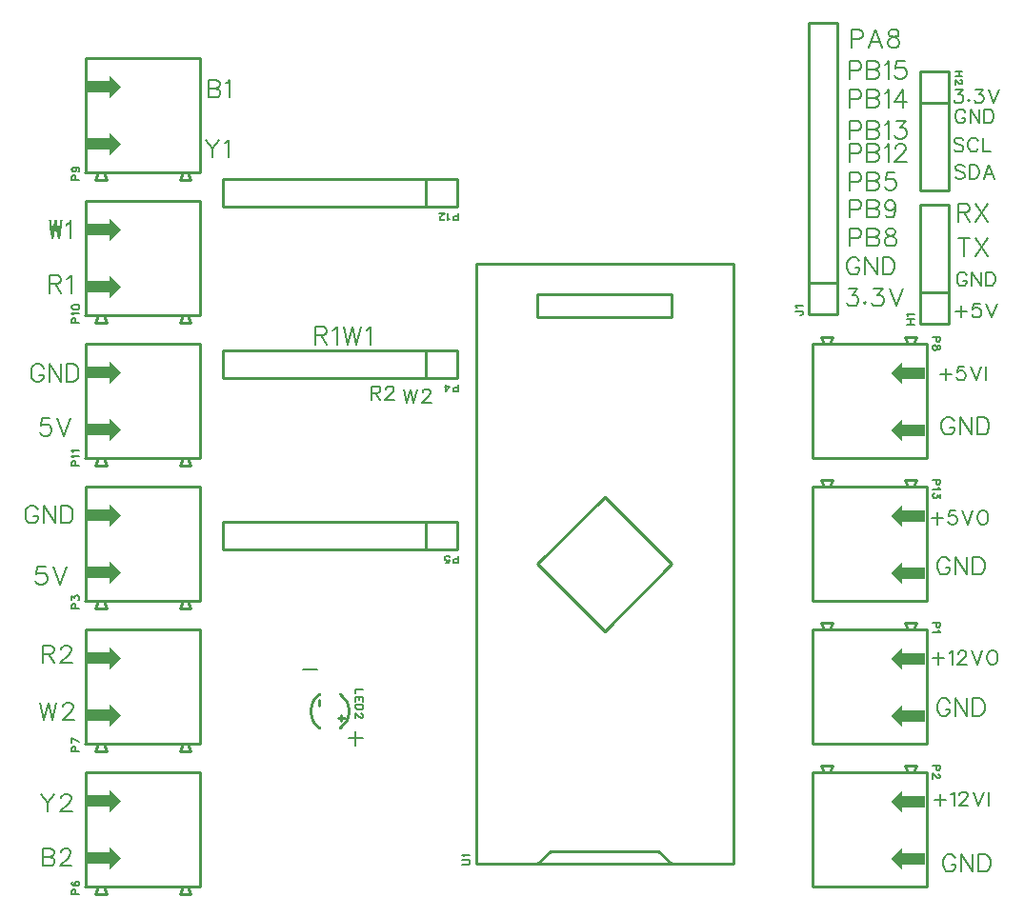
<source format=gto>
G04 Layer: TopSilkscreenLayer*
G04 EasyEDA Pro v3.2.87, 2026-02-03 17:42:00*
G04 Gerber Generator version 0.3*
G04 Scale: 100 percent, Rotated: No, Reflected: No*
G04 Dimensions in millimeters*
G04 Leading zeros omitted, absolute positions, 4 integers and 5 decimals*
G04 Generated by one-click*
%FSLAX45Y45*%
%MOMM*%
%ADD10C,0.1524*%
%ADD11C,0.254*%
%ADD12C,0.0759*%
G75*


G04 Text Start*
G54D10*
G01X1861820Y-1167892D02*
G01X1861820Y-1324356D01*
G01X1861820Y-1167892D02*
G01X1928876Y-1167892D01*
G01X1951482Y-1175258D01*
G01X1958848Y-1182624D01*
G01X1966214Y-1197610D01*
G01X1966214Y-1212596D01*
G01X1958848Y-1227582D01*
G01X1951482Y-1234948D01*
G01X1928876Y-1242314D01*
G01X1861820Y-1242314D02*
G01X1928876Y-1242314D01*
G01X1951482Y-1249934D01*
G01X1958848Y-1257300D01*
G01X1966214Y-1272286D01*
G01X1966214Y-1294638D01*
G01X1958848Y-1309624D01*
G01X1951482Y-1316990D01*
G01X1928876Y-1324356D01*
G01X1861820Y-1324356D01*
G01X2017268Y-1197610D02*
G01X2032254Y-1190244D01*
G01X2054606Y-1167892D01*
G01X2054606Y-1324356D01*
G01X1836420Y-1701292D02*
G01X1896110Y-1775714D01*
G01X1896110Y-1857756D01*
G01X1955800Y-1701292D02*
G01X1896110Y-1775714D01*
G01X2006854Y-1731010D02*
G01X2021840Y-1723644D01*
G01X2044192Y-1701292D01*
G01X2044192Y-1857756D01*
G36*
G01X468097Y-2584490D02*
G01X470599Y-2585356D01*
G01X478103Y-2585645D01*
G01X488109Y-2585645D01*
G01X488109Y-2583721D01*
G01X488494Y-2580642D01*
G01X493112Y-2548315D01*
G01X493882Y-2542157D01*
G01X500039Y-2499054D01*
G01X500809Y-2492896D01*
G01X505427Y-2460569D01*
G01X506967Y-2459030D01*
G01X507833Y-2459222D01*
G01X508121Y-2460569D01*
G01X508506Y-2463648D01*
G01X512355Y-2490587D01*
G01X513124Y-2496745D01*
G01X519282Y-2539848D01*
G01X520052Y-2546006D01*
G01X525439Y-2583721D01*
G01X526979Y-2585260D01*
G01X536985Y-2585645D01*
G01X545836Y-2585645D01*
G01X545836Y-2582951D01*
G01X546221Y-2579103D01*
G01X549300Y-2554472D01*
G01X550070Y-2549084D01*
G01X554688Y-2512139D01*
G01X555458Y-2506751D01*
G01X560076Y-2469806D01*
G01X560845Y-2464418D01*
G01X566233Y-2421315D01*
G01X567003Y-2415927D01*
G01X567003Y-2414965D01*
G01X566233Y-2414387D01*
G01X555458Y-2414003D01*
G01X545836Y-2414003D01*
G01X545452Y-2416696D01*
G01X545067Y-2421315D01*
G01X544682Y-2424393D01*
G01X541603Y-2455181D01*
G01X540833Y-2462109D01*
G01X535445Y-2515987D01*
G01X535061Y-2519451D01*
G01X534772Y-2521087D01*
G01X533906Y-2521375D01*
G01X532367Y-2519066D01*
G01X531982Y-2515603D01*
G01X529288Y-2496745D01*
G01X528518Y-2490587D01*
G01X526979Y-2479812D01*
G01X526209Y-2473654D01*
G01X523900Y-2457490D01*
G01X523130Y-2451333D01*
G01X520821Y-2435169D01*
G01X520052Y-2429012D01*
G01X518127Y-2415542D01*
G01X515337Y-2414387D01*
G01X506967Y-2414003D01*
G01X495806Y-2414003D01*
G01X495806Y-2416312D01*
G01X495421Y-2419775D01*
G01X493112Y-2435939D01*
G01X492342Y-2442096D01*
G01X490033Y-2458260D01*
G01X489264Y-2464418D01*
G01X486955Y-2480581D01*
G01X486185Y-2486739D01*
G01X484645Y-2497515D01*
G01X483876Y-2503672D01*
G01X481567Y-2519836D01*
G01X480027Y-2521375D01*
G01X479161Y-2520894D01*
G01X478873Y-2518681D01*
G01X478488Y-2514448D01*
G01X477718Y-2507521D01*
G01X469252Y-2422854D01*
G01X468482Y-2415927D01*
G01X466942Y-2414387D01*
G01X456167Y-2414003D01*
G01X446545Y-2414003D01*
G01X446545Y-2415927D01*
G01X448470Y-2431321D01*
G01X449239Y-2436709D01*
G01X453858Y-2473654D01*
G01X454627Y-2479042D01*
G01X460015Y-2522145D01*
G01X460785Y-2527533D01*
G01X465403Y-2564478D01*
G01X466173Y-2569866D01*
G01X467712Y-2582181D01*
G01X468097Y-2584490D01*
G37*
G36*
G01X628194Y-2514448D02*
G01X628194Y-2582566D01*
G01X647436Y-2582566D01*
G01X647436Y-2411693D01*
G01X635891Y-2411693D01*
G01X634736Y-2413618D01*
G01X632812Y-2416312D01*
G01X628194Y-2422084D01*
G01X626270Y-2424009D01*
G01X621652Y-2429396D01*
G01X615879Y-2435169D01*
G01X612030Y-2438248D01*
G01X608182Y-2442096D01*
G01X606258Y-2443636D01*
G01X603179Y-2445560D01*
G01X597021Y-2450178D01*
G01X595097Y-2451718D01*
G01X595097Y-2470190D01*
G01X596636Y-2469421D01*
G01X602794Y-2465572D01*
G01X606258Y-2463263D01*
G01X610106Y-2460569D01*
G01X612800Y-2458645D01*
G01X618573Y-2454027D01*
G01X620497Y-2452103D01*
G01X624345Y-2449024D01*
G01X626655Y-2447099D01*
G01X628194Y-2446330D01*
G01X628194Y-2514448D01*
G37*
G01X452120Y-2907792D02*
G01X452120Y-3064256D01*
G01X452120Y-2907792D02*
G01X519176Y-2907792D01*
G01X541782Y-2915158D01*
G01X549148Y-2922524D01*
G01X556514Y-2937510D01*
G01X556514Y-2952496D01*
G01X549148Y-2967482D01*
G01X541782Y-2974848D01*
G01X519176Y-2982214D01*
G01X452120Y-2982214D01*
G01X504444Y-2982214D02*
G01X556514Y-3064256D01*
G01X607568Y-2937510D02*
G01X622554Y-2930144D01*
G01X644906Y-2907792D01*
G01X644906Y-3064256D01*
G01X399034Y-3732276D02*
G01X391414Y-3717544D01*
G01X376682Y-3702558D01*
G01X361696Y-3695192D01*
G01X331724Y-3695192D01*
G01X316992Y-3702558D01*
G01X302006Y-3717544D01*
G01X294386Y-3732276D01*
G01X287020Y-3754882D01*
G01X287020Y-3791966D01*
G01X294386Y-3814572D01*
G01X302006Y-3829304D01*
G01X316992Y-3844290D01*
G01X331724Y-3851656D01*
G01X361696Y-3851656D01*
G01X376682Y-3844290D01*
G01X391414Y-3829304D01*
G01X399034Y-3814572D01*
G01X399034Y-3791966D01*
G01X361696Y-3791966D02*
G01X399034Y-3791966D01*
G01X450088Y-3695192D02*
G01X450088Y-3851656D01*
G01X450088Y-3695192D02*
G01X554482Y-3851656D01*
G01X554482Y-3695192D02*
G01X554482Y-3851656D01*
G01X605536Y-3695192D02*
G01X605536Y-3851656D01*
G01X605536Y-3695192D02*
G01X657860Y-3695192D01*
G01X680212Y-3702558D01*
G01X695198Y-3717544D01*
G01X702564Y-3732276D01*
G01X709930Y-3754882D01*
G01X709930Y-3791966D01*
G01X702564Y-3814572D01*
G01X695198Y-3829304D01*
G01X680212Y-3844290D01*
G01X657860Y-3851656D01*
G01X605536Y-3851656D01*
G01X455676Y-4177792D02*
G01X381000Y-4177792D01*
G01X373380Y-4244848D01*
G01X381000Y-4237482D01*
G01X403352Y-4229862D01*
G01X425704Y-4229862D01*
G01X448056Y-4237482D01*
G01X463042Y-4252214D01*
G01X470408Y-4274566D01*
G01X470408Y-4289552D01*
G01X463042Y-4311904D01*
G01X448056Y-4326890D01*
G01X425704Y-4334256D01*
G01X403352Y-4334256D01*
G01X381000Y-4326890D01*
G01X373380Y-4319524D01*
G01X366014Y-4304538D01*
G01X521462Y-4177792D02*
G01X581152Y-4334256D01*
G01X640842Y-4177792D02*
G01X581152Y-4334256D01*
G01X348234Y-4989576D02*
G01X340614Y-4974844D01*
G01X325882Y-4959858D01*
G01X310896Y-4952492D01*
G01X280924Y-4952492D01*
G01X266192Y-4959858D01*
G01X251206Y-4974844D01*
G01X243586Y-4989576D01*
G01X236220Y-5012182D01*
G01X236220Y-5049266D01*
G01X243586Y-5071872D01*
G01X251206Y-5086604D01*
G01X266192Y-5101590D01*
G01X280924Y-5108956D01*
G01X310896Y-5108956D01*
G01X325882Y-5101590D01*
G01X340614Y-5086604D01*
G01X348234Y-5071872D01*
G01X348234Y-5049266D01*
G01X310896Y-5049266D02*
G01X348234Y-5049266D01*
G01X399288Y-4952492D02*
G01X399288Y-5108956D01*
G01X399288Y-4952492D02*
G01X503682Y-5108956D01*
G01X503682Y-4952492D02*
G01X503682Y-5108956D01*
G01X554736Y-4952492D02*
G01X554736Y-5108956D01*
G01X554736Y-4952492D02*
G01X607060Y-4952492D01*
G01X629412Y-4959858D01*
G01X644398Y-4974844D01*
G01X651764Y-4989576D01*
G01X659130Y-5012182D01*
G01X659130Y-5049266D01*
G01X651764Y-5071872D01*
G01X644398Y-5086604D01*
G01X629412Y-5101590D01*
G01X607060Y-5108956D01*
G01X554736Y-5108956D01*
G01X417576Y-5498592D02*
G01X342900Y-5498592D01*
G01X335280Y-5565648D01*
G01X342900Y-5558282D01*
G01X365252Y-5550662D01*
G01X387604Y-5550662D01*
G01X409956Y-5558282D01*
G01X424942Y-5573014D01*
G01X432308Y-5595366D01*
G01X432308Y-5610352D01*
G01X424942Y-5632704D01*
G01X409956Y-5647690D01*
G01X387604Y-5655056D01*
G01X365252Y-5655056D01*
G01X342900Y-5647690D01*
G01X335280Y-5640324D01*
G01X327914Y-5625338D01*
G01X483362Y-5498592D02*
G01X543052Y-5655056D01*
G01X602742Y-5498592D02*
G01X543052Y-5655056D01*
G01X391414Y-6197092D02*
G01X391414Y-6353556D01*
G01X391414Y-6197092D02*
G01X458470Y-6197092D01*
G01X481076Y-6204458D01*
G01X488442Y-6211824D01*
G01X495808Y-6226810D01*
G01X495808Y-6241796D01*
G01X488442Y-6256782D01*
G01X481076Y-6264148D01*
G01X458470Y-6271514D01*
G01X391414Y-6271514D01*
G01X443738Y-6271514D02*
G01X495808Y-6353556D01*
G01X554228Y-6234176D02*
G01X554228Y-6226810D01*
G01X561848Y-6211824D01*
G01X569214Y-6204458D01*
G01X584200Y-6197092D01*
G01X613918Y-6197092D01*
G01X628904Y-6204458D01*
G01X636524Y-6211824D01*
G01X643890Y-6226810D01*
G01X643890Y-6241796D01*
G01X636524Y-6256782D01*
G01X621538Y-6279134D01*
G01X546862Y-6353556D01*
G01X651256Y-6353556D01*
G01X366014Y-6705092D02*
G01X403352Y-6861556D01*
G01X440690Y-6705092D02*
G01X403352Y-6861556D01*
G01X440690Y-6705092D02*
G01X478028Y-6861556D01*
G01X515366Y-6705092D02*
G01X478028Y-6861556D01*
G01X573786Y-6742176D02*
G01X573786Y-6734810D01*
G01X581406Y-6719824D01*
G01X588772Y-6712458D01*
G01X603758Y-6705092D01*
G01X633476Y-6705092D01*
G01X648462Y-6712458D01*
G01X656082Y-6719824D01*
G01X663448Y-6734810D01*
G01X663448Y-6749796D01*
G01X656082Y-6764782D01*
G01X641096Y-6787134D01*
G01X566420Y-6861556D01*
G01X670814Y-6861556D01*
G01X378714Y-7517892D02*
G01X438404Y-7592314D01*
G01X438404Y-7674356D01*
G01X498094Y-7517892D02*
G01X438404Y-7592314D01*
G01X556514Y-7554976D02*
G01X556514Y-7547610D01*
G01X564134Y-7532624D01*
G01X571500Y-7525258D01*
G01X586486Y-7517892D01*
G01X616204Y-7517892D01*
G01X631190Y-7525258D01*
G01X638810Y-7532624D01*
G01X646176Y-7547610D01*
G01X646176Y-7562596D01*
G01X638810Y-7577582D01*
G01X623824Y-7599934D01*
G01X549148Y-7674356D01*
G01X653542Y-7674356D01*
G01X388620Y-8000492D02*
G01X388620Y-8156956D01*
G01X388620Y-8000492D02*
G01X455676Y-8000492D01*
G01X478282Y-8007858D01*
G01X485648Y-8015224D01*
G01X493014Y-8030210D01*
G01X493014Y-8045196D01*
G01X485648Y-8060182D01*
G01X478282Y-8067548D01*
G01X455676Y-8074914D01*
G01X388620Y-8074914D02*
G01X455676Y-8074914D01*
G01X478282Y-8082534D01*
G01X485648Y-8089900D01*
G01X493014Y-8104886D01*
G01X493014Y-8127238D01*
G01X485648Y-8142224D01*
G01X478282Y-8149590D01*
G01X455676Y-8156956D01*
G01X388620Y-8156956D01*
G01X551434Y-8037576D02*
G01X551434Y-8030210D01*
G01X559054Y-8015224D01*
G01X566420Y-8007858D01*
G01X581406Y-8000492D01*
G01X611124Y-8000492D01*
G01X626110Y-8007858D01*
G01X633730Y-8015224D01*
G01X641096Y-8030210D01*
G01X641096Y-8045196D01*
G01X633730Y-8060182D01*
G01X618744Y-8082534D01*
G01X544068Y-8156956D01*
G01X648462Y-8156956D01*
G01X3173476Y-6956044D02*
G01X3173476Y-7090156D01*
G01X3106420Y-7023100D02*
G01X3240786Y-7023100D01*
G01X2700020Y-6413500D02*
G01X2834386Y-6413500D01*
G01X8504428Y-8088376D02*
G01X8496808Y-8073644D01*
G01X8482076Y-8058658D01*
G01X8467090Y-8051292D01*
G01X8437118Y-8051292D01*
G01X8422386Y-8058658D01*
G01X8407400Y-8073644D01*
G01X8399780Y-8088376D01*
G01X8392414Y-8110982D01*
G01X8392414Y-8148066D01*
G01X8399780Y-8170672D01*
G01X8407400Y-8185404D01*
G01X8422386Y-8200390D01*
G01X8437118Y-8207756D01*
G01X8467090Y-8207756D01*
G01X8482076Y-8200390D01*
G01X8496808Y-8185404D01*
G01X8504428Y-8170672D01*
G01X8504428Y-8148066D01*
G01X8467090Y-8148066D02*
G01X8504428Y-8148066D01*
G01X8555482Y-8051292D02*
G01X8555482Y-8207756D01*
G01X8555482Y-8051292D02*
G01X8659876Y-8207756D01*
G01X8659876Y-8051292D02*
G01X8659876Y-8207756D01*
G01X8710930Y-8051292D02*
G01X8710930Y-8207756D01*
G01X8710930Y-8051292D02*
G01X8763254Y-8051292D01*
G01X8785606Y-8058658D01*
G01X8800592Y-8073644D01*
G01X8807958Y-8088376D01*
G01X8815324Y-8110982D01*
G01X8815324Y-8148066D01*
G01X8807958Y-8170672D01*
G01X8800592Y-8185404D01*
G01X8785606Y-8200390D01*
G01X8763254Y-8207756D01*
G01X8710930Y-8207756D01*
G01X8366252Y-7516368D02*
G01X8366252Y-7622032D01*
G01X8313420Y-7569200D02*
G01X8419084Y-7569200D01*
G01X8462518Y-7522210D02*
G01X8474202Y-7516368D01*
G01X8491982Y-7498842D01*
G01X8491982Y-7622032D01*
G01X8541258Y-7528052D02*
G01X8541258Y-7522210D01*
G01X8547100Y-7510526D01*
G01X8552942Y-7504684D01*
G01X8564880Y-7498842D01*
G01X8588248Y-7498842D01*
G01X8599932Y-7504684D01*
G01X8606028Y-7510526D01*
G01X8611870Y-7522210D01*
G01X8611870Y-7533894D01*
G01X8606028Y-7545832D01*
G01X8594090Y-7563358D01*
G01X8535416Y-7622032D01*
G01X8617712Y-7622032D01*
G01X8661146Y-7498842D02*
G01X8708136Y-7622032D01*
G01X8755126Y-7498842D02*
G01X8708136Y-7622032D01*
G01X8798560Y-7498842D02*
G01X8798560Y-7622032D01*
G01X8453628Y-6704076D02*
G01X8446008Y-6689344D01*
G01X8431276Y-6674358D01*
G01X8416290Y-6666992D01*
G01X8386318Y-6666992D01*
G01X8371586Y-6674358D01*
G01X8356600Y-6689344D01*
G01X8348980Y-6704076D01*
G01X8341614Y-6726682D01*
G01X8341614Y-6763766D01*
G01X8348980Y-6786372D01*
G01X8356600Y-6801104D01*
G01X8371586Y-6816090D01*
G01X8386318Y-6823456D01*
G01X8416290Y-6823456D01*
G01X8431276Y-6816090D01*
G01X8446008Y-6801104D01*
G01X8453628Y-6786372D01*
G01X8453628Y-6763766D01*
G01X8416290Y-6763766D02*
G01X8453628Y-6763766D01*
G01X8504682Y-6666992D02*
G01X8504682Y-6823456D01*
G01X8504682Y-6666992D02*
G01X8609076Y-6823456D01*
G01X8609076Y-6666992D02*
G01X8609076Y-6823456D01*
G01X8660130Y-6666992D02*
G01X8660130Y-6823456D01*
G01X8660130Y-6666992D02*
G01X8712454Y-6666992D01*
G01X8734806Y-6674358D01*
G01X8749792Y-6689344D01*
G01X8757158Y-6704076D01*
G01X8764524Y-6726682D01*
G01X8764524Y-6763766D01*
G01X8757158Y-6786372D01*
G01X8749792Y-6801104D01*
G01X8734806Y-6816090D01*
G01X8712454Y-6823456D01*
G01X8660130Y-6823456D01*
G01X8353552Y-6259068D02*
G01X8353552Y-6364732D01*
G01X8300720Y-6311900D02*
G01X8406384Y-6311900D01*
G01X8449818Y-6264910D02*
G01X8461502Y-6259068D01*
G01X8479282Y-6241542D01*
G01X8479282Y-6364732D01*
G01X8528558Y-6270752D02*
G01X8528558Y-6264910D01*
G01X8534400Y-6253226D01*
G01X8540242Y-6247384D01*
G01X8552180Y-6241542D01*
G01X8575548Y-6241542D01*
G01X8587232Y-6247384D01*
G01X8593328Y-6253226D01*
G01X8599170Y-6264910D01*
G01X8599170Y-6276594D01*
G01X8593328Y-6288532D01*
G01X8581390Y-6306058D01*
G01X8522716Y-6364732D01*
G01X8605012Y-6364732D01*
G01X8648446Y-6241542D02*
G01X8695436Y-6364732D01*
G01X8742426Y-6241542D02*
G01X8695436Y-6364732D01*
G01X8821166Y-6241542D02*
G01X8809482Y-6247384D01*
G01X8797544Y-6259068D01*
G01X8791702Y-6270752D01*
G01X8785860Y-6288532D01*
G01X8785860Y-6317742D01*
G01X8791702Y-6335522D01*
G01X8797544Y-6347206D01*
G01X8809482Y-6358890D01*
G01X8821166Y-6364732D01*
G01X8844534Y-6364732D01*
G01X8856472Y-6358890D01*
G01X8868156Y-6347206D01*
G01X8873998Y-6335522D01*
G01X8879840Y-6317742D01*
G01X8879840Y-6288532D01*
G01X8873998Y-6270752D01*
G01X8868156Y-6259068D01*
G01X8856472Y-6247384D01*
G01X8844534Y-6241542D01*
G01X8821166Y-6241542D01*
G01X8453628Y-5446776D02*
G01X8446008Y-5432044D01*
G01X8431276Y-5417058D01*
G01X8416290Y-5409692D01*
G01X8386318Y-5409692D01*
G01X8371586Y-5417058D01*
G01X8356600Y-5432044D01*
G01X8348980Y-5446776D01*
G01X8341614Y-5469382D01*
G01X8341614Y-5506466D01*
G01X8348980Y-5529072D01*
G01X8356600Y-5543804D01*
G01X8371586Y-5558790D01*
G01X8386318Y-5566156D01*
G01X8416290Y-5566156D01*
G01X8431276Y-5558790D01*
G01X8446008Y-5543804D01*
G01X8453628Y-5529072D01*
G01X8453628Y-5506466D01*
G01X8416290Y-5506466D02*
G01X8453628Y-5506466D01*
G01X8504682Y-5409692D02*
G01X8504682Y-5566156D01*
G01X8504682Y-5409692D02*
G01X8609076Y-5566156D01*
G01X8609076Y-5409692D02*
G01X8609076Y-5566156D01*
G01X8660130Y-5409692D02*
G01X8660130Y-5566156D01*
G01X8660130Y-5409692D02*
G01X8712454Y-5409692D01*
G01X8734806Y-5417058D01*
G01X8749792Y-5432044D01*
G01X8757158Y-5446776D01*
G01X8764524Y-5469382D01*
G01X8764524Y-5506466D01*
G01X8757158Y-5529072D01*
G01X8749792Y-5543804D01*
G01X8734806Y-5558790D01*
G01X8712454Y-5566156D01*
G01X8660130Y-5566156D01*
G01X8340852Y-5014468D02*
G01X8340852Y-5120132D01*
G01X8288020Y-5067300D02*
G01X8393684Y-5067300D01*
G01X8507730Y-4996942D02*
G01X8448802Y-4996942D01*
G01X8442960Y-5049774D01*
G01X8448802Y-5043932D01*
G01X8466582Y-5037836D01*
G01X8484108Y-5037836D01*
G01X8501634Y-5043932D01*
G01X8513572Y-5055616D01*
G01X8519414Y-5073142D01*
G01X8519414Y-5084826D01*
G01X8513572Y-5102606D01*
G01X8501634Y-5114290D01*
G01X8484108Y-5120132D01*
G01X8466582Y-5120132D01*
G01X8448802Y-5114290D01*
G01X8442960Y-5108448D01*
G01X8437118Y-5096764D01*
G01X8562848Y-4996942D02*
G01X8609838Y-5120132D01*
G01X8656828Y-4996942D02*
G01X8609838Y-5120132D01*
G01X8735568Y-4996942D02*
G01X8723884Y-5002784D01*
G01X8711946Y-5014468D01*
G01X8706104Y-5026152D01*
G01X8700262Y-5043932D01*
G01X8700262Y-5073142D01*
G01X8706104Y-5090922D01*
G01X8711946Y-5102606D01*
G01X8723884Y-5114290D01*
G01X8735568Y-5120132D01*
G01X8758936Y-5120132D01*
G01X8770874Y-5114290D01*
G01X8782558Y-5102606D01*
G01X8788400Y-5090922D01*
G01X8794242Y-5073142D01*
G01X8794242Y-5043932D01*
G01X8788400Y-5026152D01*
G01X8782558Y-5014468D01*
G01X8770874Y-5002784D01*
G01X8758936Y-4996942D01*
G01X8735568Y-4996942D01*
G01X8491728Y-4202176D02*
G01X8484108Y-4187444D01*
G01X8469376Y-4172458D01*
G01X8454390Y-4165092D01*
G01X8424418Y-4165092D01*
G01X8409686Y-4172458D01*
G01X8394700Y-4187444D01*
G01X8387080Y-4202176D01*
G01X8379714Y-4224782D01*
G01X8379714Y-4261866D01*
G01X8387080Y-4284472D01*
G01X8394700Y-4299204D01*
G01X8409686Y-4314190D01*
G01X8424418Y-4321556D01*
G01X8454390Y-4321556D01*
G01X8469376Y-4314190D01*
G01X8484108Y-4299204D01*
G01X8491728Y-4284472D01*
G01X8491728Y-4261866D01*
G01X8454390Y-4261866D02*
G01X8491728Y-4261866D01*
G01X8542782Y-4165092D02*
G01X8542782Y-4321556D01*
G01X8542782Y-4165092D02*
G01X8647176Y-4321556D01*
G01X8647176Y-4165092D02*
G01X8647176Y-4321556D01*
G01X8698230Y-4165092D02*
G01X8698230Y-4321556D01*
G01X8698230Y-4165092D02*
G01X8750554Y-4165092D01*
G01X8772906Y-4172458D01*
G01X8787892Y-4187444D01*
G01X8795258Y-4202176D01*
G01X8802624Y-4224782D01*
G01X8802624Y-4261866D01*
G01X8795258Y-4284472D01*
G01X8787892Y-4299204D01*
G01X8772906Y-4314190D01*
G01X8750554Y-4321556D01*
G01X8698230Y-4321556D01*
G01X8417052Y-3731768D02*
G01X8417052Y-3837432D01*
G01X8364220Y-3784600D02*
G01X8469884Y-3784600D01*
G01X8583930Y-3714242D02*
G01X8525002Y-3714242D01*
G01X8519160Y-3767074D01*
G01X8525002Y-3761232D01*
G01X8542782Y-3755136D01*
G01X8560308Y-3755136D01*
G01X8577834Y-3761232D01*
G01X8589772Y-3772916D01*
G01X8595614Y-3790442D01*
G01X8595614Y-3802126D01*
G01X8589772Y-3819906D01*
G01X8577834Y-3831590D01*
G01X8560308Y-3837432D01*
G01X8542782Y-3837432D01*
G01X8525002Y-3831590D01*
G01X8519160Y-3825748D01*
G01X8513318Y-3814064D01*
G01X8639048Y-3714242D02*
G01X8686038Y-3837432D01*
G01X8733028Y-3714242D02*
G01X8686038Y-3837432D01*
G01X8776462Y-3714242D02*
G01X8776462Y-3837432D01*
G01X8556752Y-3172968D02*
G01X8556752Y-3278632D01*
G01X8503920Y-3225800D02*
G01X8609584Y-3225800D01*
G01X8723630Y-3155442D02*
G01X8664702Y-3155442D01*
G01X8658860Y-3208274D01*
G01X8664702Y-3202432D01*
G01X8682482Y-3196336D01*
G01X8700008Y-3196336D01*
G01X8717534Y-3202432D01*
G01X8729472Y-3214116D01*
G01X8735314Y-3231642D01*
G01X8735314Y-3243326D01*
G01X8729472Y-3261106D01*
G01X8717534Y-3272790D01*
G01X8700008Y-3278632D01*
G01X8682482Y-3278632D01*
G01X8664702Y-3272790D01*
G01X8658860Y-3266948D01*
G01X8653018Y-3255264D01*
G01X8778748Y-3155442D02*
G01X8825738Y-3278632D01*
G01X8872728Y-3155442D02*
G01X8825738Y-3278632D01*
G01X8604758Y-2905252D02*
G01X8598916Y-2893568D01*
G01X8587232Y-2881884D01*
G01X8575294Y-2876042D01*
G01X8551926Y-2876042D01*
G01X8540242Y-2881884D01*
G01X8528304Y-2893568D01*
G01X8522462Y-2905252D01*
G01X8516620Y-2923032D01*
G01X8516620Y-2952242D01*
G01X8522462Y-2970022D01*
G01X8528304Y-2981706D01*
G01X8540242Y-2993390D01*
G01X8551926Y-2999232D01*
G01X8575294Y-2999232D01*
G01X8587232Y-2993390D01*
G01X8598916Y-2981706D01*
G01X8604758Y-2970022D01*
G01X8604758Y-2952242D01*
G01X8575294Y-2952242D02*
G01X8604758Y-2952242D01*
G01X8648192Y-2876042D02*
G01X8648192Y-2999232D01*
G01X8648192Y-2876042D02*
G01X8730488Y-2999232D01*
G01X8730488Y-2876042D02*
G01X8730488Y-2999232D01*
G01X8773922Y-2876042D02*
G01X8773922Y-2999232D01*
G01X8773922Y-2876042D02*
G01X8815070Y-2876042D01*
G01X8832596Y-2881884D01*
G01X8844534Y-2893568D01*
G01X8850376Y-2905252D01*
G01X8856218Y-2923032D01*
G01X8856218Y-2952242D01*
G01X8850376Y-2970022D01*
G01X8844534Y-2981706D01*
G01X8832596Y-2993390D01*
G01X8815070Y-2999232D01*
G01X8773922Y-2999232D01*
G01X8581644Y-2577592D02*
G01X8581644Y-2734056D01*
G01X8529320Y-2577592D02*
G01X8633714Y-2577592D01*
G01X8684768Y-2577592D02*
G01X8789162Y-2734056D01*
G01X8789162Y-2577592D02*
G01X8684768Y-2734056D01*
G01X8529320Y-2272792D02*
G01X8529320Y-2429256D01*
G01X8529320Y-2272792D02*
G01X8596376Y-2272792D01*
G01X8618982Y-2280158D01*
G01X8626348Y-2287524D01*
G01X8633714Y-2302510D01*
G01X8633714Y-2317496D01*
G01X8626348Y-2332482D01*
G01X8618982Y-2339848D01*
G01X8596376Y-2347214D01*
G01X8529320Y-2347214D01*
G01X8581644Y-2347214D02*
G01X8633714Y-2429256D01*
G01X8684768Y-2272792D02*
G01X8789162Y-2429256D01*
G01X8789162Y-2272792D02*
G01X8684768Y-2429256D01*
G01X8586216Y-1941068D02*
G01X8574532Y-1929384D01*
G01X8556752Y-1923542D01*
G01X8533384Y-1923542D01*
G01X8515604Y-1929384D01*
G01X8503920Y-1941068D01*
G01X8503920Y-1952752D01*
G01X8509762Y-1964436D01*
G01X8515604Y-1970532D01*
G01X8527542Y-1976374D01*
G01X8562594Y-1988058D01*
G01X8574532Y-1993900D01*
G01X8580374Y-1999742D01*
G01X8586216Y-2011426D01*
G01X8586216Y-2029206D01*
G01X8574532Y-2040890D01*
G01X8556752Y-2046732D01*
G01X8533384Y-2046732D01*
G01X8515604Y-2040890D01*
G01X8503920Y-2029206D01*
G01X8629650Y-1923542D02*
G01X8629650Y-2046732D01*
G01X8629650Y-1923542D02*
G01X8670798Y-1923542D01*
G01X8688324Y-1929384D01*
G01X8700262Y-1941068D01*
G01X8706104Y-1952752D01*
G01X8711946Y-1970532D01*
G01X8711946Y-1999742D01*
G01X8706104Y-2017522D01*
G01X8700262Y-2029206D01*
G01X8688324Y-2040890D01*
G01X8670798Y-2046732D01*
G01X8629650Y-2046732D01*
G01X8802370Y-1923542D02*
G01X8755380Y-2046732D01*
G01X8802370Y-1923542D02*
G01X8849360Y-2046732D01*
G01X8772906Y-2005584D02*
G01X8831834Y-2005584D01*
G01X8573516Y-1699768D02*
G01X8561832Y-1688084D01*
G01X8544052Y-1682242D01*
G01X8520684Y-1682242D01*
G01X8502904Y-1688084D01*
G01X8491220Y-1699768D01*
G01X8491220Y-1711452D01*
G01X8497062Y-1723136D01*
G01X8502904Y-1729232D01*
G01X8514842Y-1735074D01*
G01X8549894Y-1746758D01*
G01X8561832Y-1752600D01*
G01X8567674Y-1758442D01*
G01X8573516Y-1770126D01*
G01X8573516Y-1787906D01*
G01X8561832Y-1799590D01*
G01X8544052Y-1805432D01*
G01X8520684Y-1805432D01*
G01X8502904Y-1799590D01*
G01X8491220Y-1787906D01*
G01X8705088Y-1711452D02*
G01X8699246Y-1699768D01*
G01X8687562Y-1688084D01*
G01X8675624Y-1682242D01*
G01X8652256Y-1682242D01*
G01X8640572Y-1688084D01*
G01X8628634Y-1699768D01*
G01X8622792Y-1711452D01*
G01X8616950Y-1729232D01*
G01X8616950Y-1758442D01*
G01X8622792Y-1776222D01*
G01X8628634Y-1787906D01*
G01X8640572Y-1799590D01*
G01X8652256Y-1805432D01*
G01X8675624Y-1805432D01*
G01X8687562Y-1799590D01*
G01X8699246Y-1787906D01*
G01X8705088Y-1776222D01*
G01X8748522Y-1682242D02*
G01X8748522Y-1805432D01*
G01X8748522Y-1805432D02*
G01X8819134Y-1805432D01*
G01X8592058Y-1457452D02*
G01X8586216Y-1445768D01*
G01X8574532Y-1434084D01*
G01X8562594Y-1428242D01*
G01X8539226Y-1428242D01*
G01X8527542Y-1434084D01*
G01X8515604Y-1445768D01*
G01X8509762Y-1457452D01*
G01X8503920Y-1475232D01*
G01X8503920Y-1504442D01*
G01X8509762Y-1522222D01*
G01X8515604Y-1533906D01*
G01X8527542Y-1545590D01*
G01X8539226Y-1551432D01*
G01X8562594Y-1551432D01*
G01X8574532Y-1545590D01*
G01X8586216Y-1533906D01*
G01X8592058Y-1522222D01*
G01X8592058Y-1504442D01*
G01X8562594Y-1504442D02*
G01X8592058Y-1504442D01*
G01X8635492Y-1428242D02*
G01X8635492Y-1551432D01*
G01X8635492Y-1428242D02*
G01X8717788Y-1551432D01*
G01X8717788Y-1428242D02*
G01X8717788Y-1551432D01*
G01X8761222Y-1428242D02*
G01X8761222Y-1551432D01*
G01X8761222Y-1428242D02*
G01X8802370Y-1428242D01*
G01X8819896Y-1434084D01*
G01X8831834Y-1445768D01*
G01X8837676Y-1457452D01*
G01X8843518Y-1475232D01*
G01X8843518Y-1504442D01*
G01X8837676Y-1522222D01*
G01X8831834Y-1533906D01*
G01X8819896Y-1545590D01*
G01X8802370Y-1551432D01*
G01X8761222Y-1551432D01*
G01X8502904Y-1250442D02*
G01X8567674Y-1250442D01*
G01X8532368Y-1297432D01*
G01X8549894Y-1297432D01*
G01X8561832Y-1303274D01*
G01X8567674Y-1309116D01*
G01X8573516Y-1326642D01*
G01X8573516Y-1338326D01*
G01X8567674Y-1356106D01*
G01X8555736Y-1367790D01*
G01X8538210Y-1373632D01*
G01X8520684Y-1373632D01*
G01X8502904Y-1367790D01*
G01X8497062Y-1361948D01*
G01X8491220Y-1350264D01*
G01X8622792Y-1344422D02*
G01X8616950Y-1350264D01*
G01X8622792Y-1356106D01*
G01X8628634Y-1350264D01*
G01X8622792Y-1344422D01*
G01X8683752Y-1250442D02*
G01X8748522Y-1250442D01*
G01X8713216Y-1297432D01*
G01X8730742Y-1297432D01*
G01X8742680Y-1303274D01*
G01X8748522Y-1309116D01*
G01X8754364Y-1326642D01*
G01X8754364Y-1338326D01*
G01X8748522Y-1356106D01*
G01X8736584Y-1367790D01*
G01X8719058Y-1373632D01*
G01X8701532Y-1373632D01*
G01X8683752Y-1367790D01*
G01X8677910Y-1361948D01*
G01X8672068Y-1350264D01*
G01X8797798Y-1250442D02*
G01X8844788Y-1373632D01*
G01X8891778Y-1250442D02*
G01X8844788Y-1373632D01*
G01X7576820Y-723392D02*
G01X7576820Y-879856D01*
G01X7576820Y-723392D02*
G01X7643876Y-723392D01*
G01X7666482Y-730758D01*
G01X7673848Y-738124D01*
G01X7681214Y-753110D01*
G01X7681214Y-775462D01*
G01X7673848Y-790448D01*
G01X7666482Y-797814D01*
G01X7643876Y-805434D01*
G01X7576820Y-805434D01*
G01X7791958Y-723392D02*
G01X7732268Y-879856D01*
G01X7791958Y-723392D02*
G01X7851648Y-879856D01*
G01X7754620Y-827786D02*
G01X7829296Y-827786D01*
G01X7940040Y-723392D02*
G01X7917688Y-730758D01*
G01X7910068Y-745744D01*
G01X7910068Y-760476D01*
G01X7917688Y-775462D01*
G01X7932674Y-783082D01*
G01X7962392Y-790448D01*
G01X7984744Y-797814D01*
G01X7999730Y-812800D01*
G01X8007096Y-827786D01*
G01X8007096Y-850138D01*
G01X7999730Y-865124D01*
G01X7992364Y-872490D01*
G01X7969758Y-879856D01*
G01X7940040Y-879856D01*
G01X7917688Y-872490D01*
G01X7910068Y-865124D01*
G01X7902702Y-850138D01*
G01X7902702Y-827786D01*
G01X7910068Y-812800D01*
G01X7925054Y-797814D01*
G01X7947406Y-790448D01*
G01X7977378Y-783082D01*
G01X7992364Y-775462D01*
G01X7999730Y-760476D01*
G01X7999730Y-745744D01*
G01X7992364Y-730758D01*
G01X7969758Y-723392D01*
G01X7940040Y-723392D01*
G01X7564120Y-1002792D02*
G01X7564120Y-1159256D01*
G01X7564120Y-1002792D02*
G01X7631176Y-1002792D01*
G01X7653782Y-1010158D01*
G01X7661148Y-1017524D01*
G01X7668514Y-1032510D01*
G01X7668514Y-1054862D01*
G01X7661148Y-1069848D01*
G01X7653782Y-1077214D01*
G01X7631176Y-1084834D01*
G01X7564120Y-1084834D01*
G01X7719568Y-1002792D02*
G01X7719568Y-1159256D01*
G01X7719568Y-1002792D02*
G01X7786624Y-1002792D01*
G01X7809230Y-1010158D01*
G01X7816596Y-1017524D01*
G01X7823962Y-1032510D01*
G01X7823962Y-1047496D01*
G01X7816596Y-1062482D01*
G01X7809230Y-1069848D01*
G01X7786624Y-1077214D01*
G01X7719568Y-1077214D02*
G01X7786624Y-1077214D01*
G01X7809230Y-1084834D01*
G01X7816596Y-1092200D01*
G01X7823962Y-1107186D01*
G01X7823962Y-1129538D01*
G01X7816596Y-1144524D01*
G01X7809230Y-1151890D01*
G01X7786624Y-1159256D01*
G01X7719568Y-1159256D01*
G01X7875016Y-1032510D02*
G01X7890002Y-1025144D01*
G01X7912354Y-1002792D01*
G01X7912354Y-1159256D01*
G01X8053070Y-1002792D02*
G01X7978394Y-1002792D01*
G01X7970774Y-1069848D01*
G01X7978394Y-1062482D01*
G01X8000746Y-1054862D01*
G01X8023098Y-1054862D01*
G01X8045450Y-1062482D01*
G01X8060436Y-1077214D01*
G01X8067802Y-1099566D01*
G01X8067802Y-1114552D01*
G01X8060436Y-1136904D01*
G01X8045450Y-1151890D01*
G01X8023098Y-1159256D01*
G01X8000746Y-1159256D01*
G01X7978394Y-1151890D01*
G01X7970774Y-1144524D01*
G01X7963408Y-1129538D01*
G01X7564120Y-1256792D02*
G01X7564120Y-1413256D01*
G01X7564120Y-1256792D02*
G01X7631176Y-1256792D01*
G01X7653782Y-1264158D01*
G01X7661148Y-1271524D01*
G01X7668514Y-1286510D01*
G01X7668514Y-1308862D01*
G01X7661148Y-1323848D01*
G01X7653782Y-1331214D01*
G01X7631176Y-1338834D01*
G01X7564120Y-1338834D01*
G01X7719568Y-1256792D02*
G01X7719568Y-1413256D01*
G01X7719568Y-1256792D02*
G01X7786624Y-1256792D01*
G01X7809230Y-1264158D01*
G01X7816596Y-1271524D01*
G01X7823962Y-1286510D01*
G01X7823962Y-1301496D01*
G01X7816596Y-1316482D01*
G01X7809230Y-1323848D01*
G01X7786624Y-1331214D01*
G01X7719568Y-1331214D02*
G01X7786624Y-1331214D01*
G01X7809230Y-1338834D01*
G01X7816596Y-1346200D01*
G01X7823962Y-1361186D01*
G01X7823962Y-1383538D01*
G01X7816596Y-1398524D01*
G01X7809230Y-1405890D01*
G01X7786624Y-1413256D01*
G01X7719568Y-1413256D01*
G01X7875016Y-1286510D02*
G01X7890002Y-1279144D01*
G01X7912354Y-1256792D01*
G01X7912354Y-1413256D01*
G01X8038084Y-1256792D02*
G01X7963408Y-1361186D01*
G01X8075422Y-1361186D01*
G01X8038084Y-1256792D02*
G01X8038084Y-1413256D01*
G01X7564120Y-1536192D02*
G01X7564120Y-1692656D01*
G01X7564120Y-1536192D02*
G01X7631176Y-1536192D01*
G01X7653782Y-1543558D01*
G01X7661148Y-1550924D01*
G01X7668514Y-1565910D01*
G01X7668514Y-1588262D01*
G01X7661148Y-1603248D01*
G01X7653782Y-1610614D01*
G01X7631176Y-1618234D01*
G01X7564120Y-1618234D01*
G01X7719568Y-1536192D02*
G01X7719568Y-1692656D01*
G01X7719568Y-1536192D02*
G01X7786624Y-1536192D01*
G01X7809230Y-1543558D01*
G01X7816596Y-1550924D01*
G01X7823962Y-1565910D01*
G01X7823962Y-1580896D01*
G01X7816596Y-1595882D01*
G01X7809230Y-1603248D01*
G01X7786624Y-1610614D01*
G01X7719568Y-1610614D02*
G01X7786624Y-1610614D01*
G01X7809230Y-1618234D01*
G01X7816596Y-1625600D01*
G01X7823962Y-1640586D01*
G01X7823962Y-1662938D01*
G01X7816596Y-1677924D01*
G01X7809230Y-1685290D01*
G01X7786624Y-1692656D01*
G01X7719568Y-1692656D01*
G01X7875016Y-1565910D02*
G01X7890002Y-1558544D01*
G01X7912354Y-1536192D01*
G01X7912354Y-1692656D01*
G01X7978394Y-1536192D02*
G01X8060436Y-1536192D01*
G01X8015732Y-1595882D01*
G01X8038084Y-1595882D01*
G01X8053070Y-1603248D01*
G01X8060436Y-1610614D01*
G01X8067802Y-1632966D01*
G01X8067802Y-1647952D01*
G01X8060436Y-1670304D01*
G01X8045450Y-1685290D01*
G01X8023098Y-1692656D01*
G01X8000746Y-1692656D01*
G01X7978394Y-1685290D01*
G01X7970774Y-1677924D01*
G01X7963408Y-1662938D01*
G01X7564120Y-1739392D02*
G01X7564120Y-1895856D01*
G01X7564120Y-1739392D02*
G01X7631176Y-1739392D01*
G01X7653782Y-1746758D01*
G01X7661148Y-1754124D01*
G01X7668514Y-1769110D01*
G01X7668514Y-1791462D01*
G01X7661148Y-1806448D01*
G01X7653782Y-1813814D01*
G01X7631176Y-1821434D01*
G01X7564120Y-1821434D01*
G01X7719568Y-1739392D02*
G01X7719568Y-1895856D01*
G01X7719568Y-1739392D02*
G01X7786624Y-1739392D01*
G01X7809230Y-1746758D01*
G01X7816596Y-1754124D01*
G01X7823962Y-1769110D01*
G01X7823962Y-1784096D01*
G01X7816596Y-1799082D01*
G01X7809230Y-1806448D01*
G01X7786624Y-1813814D01*
G01X7719568Y-1813814D02*
G01X7786624Y-1813814D01*
G01X7809230Y-1821434D01*
G01X7816596Y-1828800D01*
G01X7823962Y-1843786D01*
G01X7823962Y-1866138D01*
G01X7816596Y-1881124D01*
G01X7809230Y-1888490D01*
G01X7786624Y-1895856D01*
G01X7719568Y-1895856D01*
G01X7875016Y-1769110D02*
G01X7890002Y-1761744D01*
G01X7912354Y-1739392D01*
G01X7912354Y-1895856D01*
G01X7970774Y-1776476D02*
G01X7970774Y-1769110D01*
G01X7978394Y-1754124D01*
G01X7985760Y-1746758D01*
G01X8000746Y-1739392D01*
G01X8030464Y-1739392D01*
G01X8045450Y-1746758D01*
G01X8053070Y-1754124D01*
G01X8060436Y-1769110D01*
G01X8060436Y-1784096D01*
G01X8053070Y-1799082D01*
G01X8038084Y-1821434D01*
G01X7963408Y-1895856D01*
G01X8067802Y-1895856D01*
G01X7564120Y-1993392D02*
G01X7564120Y-2149856D01*
G01X7564120Y-1993392D02*
G01X7631176Y-1993392D01*
G01X7653782Y-2000758D01*
G01X7661148Y-2008124D01*
G01X7668514Y-2023110D01*
G01X7668514Y-2045462D01*
G01X7661148Y-2060448D01*
G01X7653782Y-2067814D01*
G01X7631176Y-2075434D01*
G01X7564120Y-2075434D01*
G01X7719568Y-1993392D02*
G01X7719568Y-2149856D01*
G01X7719568Y-1993392D02*
G01X7786624Y-1993392D01*
G01X7809230Y-2000758D01*
G01X7816596Y-2008124D01*
G01X7823962Y-2023110D01*
G01X7823962Y-2038096D01*
G01X7816596Y-2053082D01*
G01X7809230Y-2060448D01*
G01X7786624Y-2067814D01*
G01X7719568Y-2067814D02*
G01X7786624Y-2067814D01*
G01X7809230Y-2075434D01*
G01X7816596Y-2082800D01*
G01X7823962Y-2097786D01*
G01X7823962Y-2120138D01*
G01X7816596Y-2135124D01*
G01X7809230Y-2142490D01*
G01X7786624Y-2149856D01*
G01X7719568Y-2149856D01*
G01X7964678Y-1993392D02*
G01X7890002Y-1993392D01*
G01X7882382Y-2060448D01*
G01X7890002Y-2053082D01*
G01X7912354Y-2045462D01*
G01X7934706Y-2045462D01*
G01X7957058Y-2053082D01*
G01X7972044Y-2067814D01*
G01X7979410Y-2090166D01*
G01X7979410Y-2105152D01*
G01X7972044Y-2127504D01*
G01X7957058Y-2142490D01*
G01X7934706Y-2149856D01*
G01X7912354Y-2149856D01*
G01X7890002Y-2142490D01*
G01X7882382Y-2135124D01*
G01X7875016Y-2120138D01*
G01X7564120Y-2234692D02*
G01X7564120Y-2391156D01*
G01X7564120Y-2234692D02*
G01X7631176Y-2234692D01*
G01X7653782Y-2242058D01*
G01X7661148Y-2249424D01*
G01X7668514Y-2264410D01*
G01X7668514Y-2286762D01*
G01X7661148Y-2301748D01*
G01X7653782Y-2309114D01*
G01X7631176Y-2316734D01*
G01X7564120Y-2316734D01*
G01X7719568Y-2234692D02*
G01X7719568Y-2391156D01*
G01X7719568Y-2234692D02*
G01X7786624Y-2234692D01*
G01X7809230Y-2242058D01*
G01X7816596Y-2249424D01*
G01X7823962Y-2264410D01*
G01X7823962Y-2279396D01*
G01X7816596Y-2294382D01*
G01X7809230Y-2301748D01*
G01X7786624Y-2309114D01*
G01X7719568Y-2309114D02*
G01X7786624Y-2309114D01*
G01X7809230Y-2316734D01*
G01X7816596Y-2324100D01*
G01X7823962Y-2339086D01*
G01X7823962Y-2361438D01*
G01X7816596Y-2376424D01*
G01X7809230Y-2383790D01*
G01X7786624Y-2391156D01*
G01X7719568Y-2391156D01*
G01X7972044Y-2286762D02*
G01X7964678Y-2309114D01*
G01X7949692Y-2324100D01*
G01X7927340Y-2331466D01*
G01X7919720Y-2331466D01*
G01X7897368Y-2324100D01*
G01X7882382Y-2309114D01*
G01X7875016Y-2286762D01*
G01X7875016Y-2279396D01*
G01X7882382Y-2257044D01*
G01X7897368Y-2242058D01*
G01X7919720Y-2234692D01*
G01X7927340Y-2234692D01*
G01X7949692Y-2242058D01*
G01X7964678Y-2257044D01*
G01X7972044Y-2286762D01*
G01X7972044Y-2324100D01*
G01X7964678Y-2361438D01*
G01X7949692Y-2383790D01*
G01X7927340Y-2391156D01*
G01X7912354Y-2391156D01*
G01X7890002Y-2383790D01*
G01X7882382Y-2368804D01*
G01X7564120Y-2488692D02*
G01X7564120Y-2645156D01*
G01X7564120Y-2488692D02*
G01X7631176Y-2488692D01*
G01X7653782Y-2496058D01*
G01X7661148Y-2503424D01*
G01X7668514Y-2518410D01*
G01X7668514Y-2540762D01*
G01X7661148Y-2555748D01*
G01X7653782Y-2563114D01*
G01X7631176Y-2570734D01*
G01X7564120Y-2570734D01*
G01X7719568Y-2488692D02*
G01X7719568Y-2645156D01*
G01X7719568Y-2488692D02*
G01X7786624Y-2488692D01*
G01X7809230Y-2496058D01*
G01X7816596Y-2503424D01*
G01X7823962Y-2518410D01*
G01X7823962Y-2533396D01*
G01X7816596Y-2548382D01*
G01X7809230Y-2555748D01*
G01X7786624Y-2563114D01*
G01X7719568Y-2563114D02*
G01X7786624Y-2563114D01*
G01X7809230Y-2570734D01*
G01X7816596Y-2578100D01*
G01X7823962Y-2593086D01*
G01X7823962Y-2615438D01*
G01X7816596Y-2630424D01*
G01X7809230Y-2637790D01*
G01X7786624Y-2645156D01*
G01X7719568Y-2645156D01*
G01X7912354Y-2488692D02*
G01X7890002Y-2496058D01*
G01X7882382Y-2511044D01*
G01X7882382Y-2525776D01*
G01X7890002Y-2540762D01*
G01X7904988Y-2548382D01*
G01X7934706Y-2555748D01*
G01X7957058Y-2563114D01*
G01X7972044Y-2578100D01*
G01X7979410Y-2593086D01*
G01X7979410Y-2615438D01*
G01X7972044Y-2630424D01*
G01X7964678Y-2637790D01*
G01X7942072Y-2645156D01*
G01X7912354Y-2645156D01*
G01X7890002Y-2637790D01*
G01X7882382Y-2630424D01*
G01X7875016Y-2615438D01*
G01X7875016Y-2593086D01*
G01X7882382Y-2578100D01*
G01X7897368Y-2563114D01*
G01X7919720Y-2555748D01*
G01X7949692Y-2548382D01*
G01X7964678Y-2540762D01*
G01X7972044Y-2525776D01*
G01X7972044Y-2511044D01*
G01X7964678Y-2496058D01*
G01X7942072Y-2488692D01*
G01X7912354Y-2488692D01*
G01X7650734Y-2779776D02*
G01X7643114Y-2765044D01*
G01X7628382Y-2750058D01*
G01X7613396Y-2742692D01*
G01X7583424Y-2742692D01*
G01X7568692Y-2750058D01*
G01X7553706Y-2765044D01*
G01X7546086Y-2779776D01*
G01X7538720Y-2802382D01*
G01X7538720Y-2839466D01*
G01X7546086Y-2862072D01*
G01X7553706Y-2876804D01*
G01X7568692Y-2891790D01*
G01X7583424Y-2899156D01*
G01X7613396Y-2899156D01*
G01X7628382Y-2891790D01*
G01X7643114Y-2876804D01*
G01X7650734Y-2862072D01*
G01X7650734Y-2839466D01*
G01X7613396Y-2839466D02*
G01X7650734Y-2839466D01*
G01X7701788Y-2742692D02*
G01X7701788Y-2899156D01*
G01X7701788Y-2742692D02*
G01X7806182Y-2899156D01*
G01X7806182Y-2742692D02*
G01X7806182Y-2899156D01*
G01X7857236Y-2742692D02*
G01X7857236Y-2899156D01*
G01X7857236Y-2742692D02*
G01X7909560Y-2742692D01*
G01X7931912Y-2750058D01*
G01X7946898Y-2765044D01*
G01X7954264Y-2779776D01*
G01X7961630Y-2802382D01*
G01X7961630Y-2839466D01*
G01X7954264Y-2862072D01*
G01X7946898Y-2876804D01*
G01X7931912Y-2891790D01*
G01X7909560Y-2899156D01*
G01X7857236Y-2899156D01*
G01X7553706Y-3022092D02*
G01X7635748Y-3022092D01*
G01X7591044Y-3081782D01*
G01X7613396Y-3081782D01*
G01X7628382Y-3089148D01*
G01X7635748Y-3096514D01*
G01X7643114Y-3118866D01*
G01X7643114Y-3133852D01*
G01X7635748Y-3156204D01*
G01X7620762Y-3171190D01*
G01X7598410Y-3178556D01*
G01X7576058Y-3178556D01*
G01X7553706Y-3171190D01*
G01X7546086Y-3163824D01*
G01X7538720Y-3148838D01*
G01X7701534Y-3141472D02*
G01X7694168Y-3148838D01*
G01X7701534Y-3156204D01*
G01X7709154Y-3148838D01*
G01X7701534Y-3141472D01*
G01X7775194Y-3022092D02*
G01X7857236Y-3022092D01*
G01X7812532Y-3081782D01*
G01X7834884Y-3081782D01*
G01X7849870Y-3089148D01*
G01X7857236Y-3096514D01*
G01X7864602Y-3118866D01*
G01X7864602Y-3133852D01*
G01X7857236Y-3156204D01*
G01X7842250Y-3171190D01*
G01X7819898Y-3178556D01*
G01X7797546Y-3178556D01*
G01X7775194Y-3171190D01*
G01X7767574Y-3163824D01*
G01X7760208Y-3148838D01*
G01X7915656Y-3022092D02*
G01X7975346Y-3178556D01*
G01X8035036Y-3022092D02*
G01X7975346Y-3178556D01*
G01X3309620Y-3892042D02*
G01X3309620Y-4015232D01*
G01X3309620Y-3892042D02*
G01X3362452Y-3892042D01*
G01X3380232Y-3897884D01*
G01X3386074Y-3903726D01*
G01X3391916Y-3915410D01*
G01X3391916Y-3927094D01*
G01X3386074Y-3939032D01*
G01X3380232Y-3944874D01*
G01X3362452Y-3950716D01*
G01X3309620Y-3950716D01*
G01X3350768Y-3950716D02*
G01X3391916Y-4015232D01*
G01X3441192Y-3921252D02*
G01X3441192Y-3915410D01*
G01X3447034Y-3903726D01*
G01X3452876Y-3897884D01*
G01X3464814Y-3892042D01*
G01X3488182Y-3892042D01*
G01X3499866Y-3897884D01*
G01X3505962Y-3903726D01*
G01X3511804Y-3915410D01*
G01X3511804Y-3927094D01*
G01X3505962Y-3939032D01*
G01X3494024Y-3956558D01*
G01X3435350Y-4015232D01*
G01X3517646Y-4015232D01*
G01X3601720Y-3917442D02*
G01X3631184Y-4040632D01*
G01X3660394Y-3917442D02*
G01X3631184Y-4040632D01*
G01X3660394Y-3917442D02*
G01X3689858Y-4040632D01*
G01X3719322Y-3917442D02*
G01X3689858Y-4040632D01*
G01X3768598Y-3946652D02*
G01X3768598Y-3940810D01*
G01X3774440Y-3929126D01*
G01X3780282Y-3923284D01*
G01X3792220Y-3917442D01*
G01X3815588Y-3917442D01*
G01X3827272Y-3923284D01*
G01X3833368Y-3929126D01*
G01X3839210Y-3940810D01*
G01X3839210Y-3952494D01*
G01X3833368Y-3964432D01*
G01X3821430Y-3981958D01*
G01X3762756Y-4040632D01*
G01X3845052Y-4040632D01*
G01X3068320Y-3364992D02*
G01X3105658Y-3521456D01*
G01X3142996Y-3364992D02*
G01X3105658Y-3521456D01*
G01X3142996Y-3364992D02*
G01X3180334Y-3521456D01*
G01X3217672Y-3364992D02*
G01X3180334Y-3521456D01*
G01X3268726Y-3394710D02*
G01X3283712Y-3387344D01*
G01X3306064Y-3364992D01*
G01X3306064Y-3521456D01*
G01X2814320Y-3364992D02*
G01X2814320Y-3521456D01*
G01X2814320Y-3364992D02*
G01X2881376Y-3364992D01*
G01X2903982Y-3372358D01*
G01X2911348Y-3379724D01*
G01X2918714Y-3394710D01*
G01X2918714Y-3409696D01*
G01X2911348Y-3424682D01*
G01X2903982Y-3432048D01*
G01X2881376Y-3439414D01*
G01X2814320Y-3439414D01*
G01X2866644Y-3439414D02*
G01X2918714Y-3521456D01*
G01X2969768Y-3394710D02*
G01X2984754Y-3387344D01*
G01X3007106Y-3364992D01*
G01X3007106Y-3521456D01*
G01X8071866Y-3340781D02*
G01X8136890Y-3340781D01*
G01X8071866Y-3297347D02*
G01X8136890Y-3297347D01*
G01X8102854Y-3340781D02*
G01X8102854Y-3297347D01*
G01X8084312Y-3267121D02*
G01X8081010Y-3261025D01*
G01X8071866Y-3251881D01*
G01X8136890Y-3251881D01*
G01X8367141Y-5992820D02*
G01X8302117Y-5992820D01*
G01X8367141Y-5992820D02*
G01X8367141Y-6020760D01*
G01X8364093Y-6029904D01*
G01X8361045Y-6032952D01*
G01X8354695Y-6036254D01*
G01X8345551Y-6036254D01*
G01X8339455Y-6032952D01*
G01X8336153Y-6029904D01*
G01X8333105Y-6020760D01*
G01X8333105Y-5992820D01*
G01X8354695Y-6066480D02*
G01X8357997Y-6072576D01*
G01X8367141Y-6081720D01*
G01X8302117Y-6081720D01*
G01X8367141Y-7262820D02*
G01X8302117Y-7262820D01*
G01X8367141Y-7262820D02*
G01X8367141Y-7290760D01*
G01X8364093Y-7299904D01*
G01X8361045Y-7302952D01*
G01X8354695Y-7306254D01*
G01X8345551Y-7306254D01*
G01X8339455Y-7302952D01*
G01X8336153Y-7299904D01*
G01X8333105Y-7290760D01*
G01X8333105Y-7262820D01*
G01X8351647Y-7339528D02*
G01X8354695Y-7339528D01*
G01X8361045Y-7342576D01*
G01X8364093Y-7345624D01*
G01X8367141Y-7351720D01*
G01X8367141Y-7364166D01*
G01X8364093Y-7370516D01*
G01X8361045Y-7373564D01*
G01X8354695Y-7376612D01*
G01X8348599Y-7376612D01*
G01X8342503Y-7373564D01*
G01X8333105Y-7367214D01*
G01X8302117Y-7336480D01*
G01X8302117Y-7379660D01*
G01X649859Y-5868980D02*
G01X714883Y-5868980D01*
G01X649859Y-5868980D02*
G01X649859Y-5841040D01*
G01X652907Y-5831896D01*
G01X655955Y-5828848D01*
G01X662305Y-5825546D01*
G01X671449Y-5825546D01*
G01X677545Y-5828848D01*
G01X680847Y-5831896D01*
G01X683895Y-5841040D01*
G01X683895Y-5868980D01*
G01X649859Y-5789224D02*
G01X649859Y-5755188D01*
G01X674497Y-5773730D01*
G01X674497Y-5764586D01*
G01X677545Y-5758236D01*
G01X680847Y-5755188D01*
G01X689991Y-5752140D01*
G01X696341Y-5752140D01*
G01X705485Y-5755188D01*
G01X711835Y-5761284D01*
G01X714883Y-5770682D01*
G01X714883Y-5780080D01*
G01X711835Y-5789224D01*
G01X708533Y-5792272D01*
G01X702437Y-5795320D01*
G01X4081380Y-3940334D02*
G01X4081380Y-3875310D01*
G01X4081380Y-3940334D02*
G01X4053440Y-3940334D01*
G01X4044296Y-3937286D01*
G01X4041248Y-3934238D01*
G01X4037946Y-3927888D01*
G01X4037946Y-3918744D01*
G01X4041248Y-3912648D01*
G01X4044296Y-3909346D01*
G01X4053440Y-3906298D01*
G01X4081380Y-3906298D01*
G01X3976986Y-3940334D02*
G01X4007720Y-3897154D01*
G01X3961492Y-3897154D01*
G01X3976986Y-3940334D02*
G01X3976986Y-3875310D01*
G01X4081380Y-5464334D02*
G01X4081380Y-5399310D01*
G01X4081380Y-5464334D02*
G01X4053440Y-5464334D01*
G01X4044296Y-5461286D01*
G01X4041248Y-5458238D01*
G01X4037946Y-5451888D01*
G01X4037946Y-5442744D01*
G01X4041248Y-5436648D01*
G01X4044296Y-5433346D01*
G01X4053440Y-5430298D01*
G01X4081380Y-5430298D01*
G01X3970636Y-5464334D02*
G01X4001624Y-5464334D01*
G01X4004672Y-5436648D01*
G01X4001624Y-5439696D01*
G01X3992480Y-5442744D01*
G01X3983082Y-5442744D01*
G01X3973684Y-5439696D01*
G01X3967588Y-5433346D01*
G01X3964540Y-5424202D01*
G01X3964540Y-5417852D01*
G01X3967588Y-5408708D01*
G01X3973684Y-5402358D01*
G01X3983082Y-5399310D01*
G01X3992480Y-5399310D01*
G01X4001624Y-5402358D01*
G01X4004672Y-5405660D01*
G01X4007720Y-5411756D01*
G01X649859Y-8408980D02*
G01X714883Y-8408980D01*
G01X649859Y-8408980D02*
G01X649859Y-8381040D01*
G01X652907Y-8371896D01*
G01X655955Y-8368848D01*
G01X662305Y-8365546D01*
G01X671449Y-8365546D01*
G01X677545Y-8368848D01*
G01X680847Y-8371896D01*
G01X683895Y-8381040D01*
G01X683895Y-8408980D01*
G01X659003Y-8298236D02*
G01X652907Y-8301284D01*
G01X649859Y-8310682D01*
G01X649859Y-8316778D01*
G01X652907Y-8326176D01*
G01X662305Y-8332272D01*
G01X677545Y-8335320D01*
G01X693039Y-8335320D01*
G01X705485Y-8332272D01*
G01X711835Y-8326176D01*
G01X714883Y-8316778D01*
G01X714883Y-8313730D01*
G01X711835Y-8304586D01*
G01X705485Y-8298236D01*
G01X696341Y-8295188D01*
G01X693039Y-8295188D01*
G01X683895Y-8298236D01*
G01X677545Y-8304586D01*
G01X674497Y-8313730D01*
G01X674497Y-8316778D01*
G01X677545Y-8326176D01*
G01X683895Y-8332272D01*
G01X693039Y-8335320D01*
G01X649859Y-7138980D02*
G01X714883Y-7138980D01*
G01X649859Y-7138980D02*
G01X649859Y-7111040D01*
G01X652907Y-7101896D01*
G01X655955Y-7098848D01*
G01X662305Y-7095546D01*
G01X671449Y-7095546D01*
G01X677545Y-7098848D01*
G01X680847Y-7101896D01*
G01X683895Y-7111040D01*
G01X683895Y-7138980D01*
G01X649859Y-7022140D02*
G01X714883Y-7053128D01*
G01X649859Y-7065320D02*
G01X649859Y-7022140D01*
G01X8367141Y-3452820D02*
G01X8302117Y-3452820D01*
G01X8367141Y-3452820D02*
G01X8367141Y-3480760D01*
G01X8364093Y-3489904D01*
G01X8361045Y-3492952D01*
G01X8354695Y-3496254D01*
G01X8345551Y-3496254D01*
G01X8339455Y-3492952D01*
G01X8336153Y-3489904D01*
G01X8333105Y-3480760D01*
G01X8333105Y-3452820D01*
G01X8367141Y-3541720D02*
G01X8364093Y-3532576D01*
G01X8357997Y-3529528D01*
G01X8351647Y-3529528D01*
G01X8345551Y-3532576D01*
G01X8342503Y-3538672D01*
G01X8339455Y-3551118D01*
G01X8336153Y-3560516D01*
G01X8330057Y-3566612D01*
G01X8323961Y-3569660D01*
G01X8314563Y-3569660D01*
G01X8308467Y-3566612D01*
G01X8305165Y-3563564D01*
G01X8302117Y-3554166D01*
G01X8302117Y-3541720D01*
G01X8305165Y-3532576D01*
G01X8308467Y-3529528D01*
G01X8314563Y-3526480D01*
G01X8323961Y-3526480D01*
G01X8330057Y-3529528D01*
G01X8336153Y-3535624D01*
G01X8339455Y-3545022D01*
G01X8342503Y-3557214D01*
G01X8345551Y-3563564D01*
G01X8351647Y-3566612D01*
G01X8357997Y-3566612D01*
G01X8364093Y-3563564D01*
G01X8367141Y-3554166D01*
G01X8367141Y-3541720D01*
G01X649859Y-2058980D02*
G01X714883Y-2058980D01*
G01X649859Y-2058980D02*
G01X649859Y-2031040D01*
G01X652907Y-2021896D01*
G01X655955Y-2018848D01*
G01X662305Y-2015546D01*
G01X671449Y-2015546D01*
G01X677545Y-2018848D01*
G01X680847Y-2021896D01*
G01X683895Y-2031040D01*
G01X683895Y-2058980D01*
G01X671449Y-1945188D02*
G01X680847Y-1948236D01*
G01X686943Y-1954586D01*
G01X689991Y-1963730D01*
G01X689991Y-1966778D01*
G01X686943Y-1976176D01*
G01X680847Y-1982272D01*
G01X671449Y-1985320D01*
G01X668401Y-1985320D01*
G01X659003Y-1982272D01*
G01X652907Y-1976176D01*
G01X649859Y-1966778D01*
G01X649859Y-1963730D01*
G01X652907Y-1954586D01*
G01X659003Y-1948236D01*
G01X671449Y-1945188D01*
G01X686943Y-1945188D01*
G01X702437Y-1948236D01*
G01X711835Y-1954586D01*
G01X714883Y-1963730D01*
G01X714883Y-1970080D01*
G01X711835Y-1979224D01*
G01X705485Y-1982272D01*
G01X649859Y-3328980D02*
G01X714883Y-3328980D01*
G01X649859Y-3328980D02*
G01X649859Y-3301040D01*
G01X652907Y-3291896D01*
G01X655955Y-3288848D01*
G01X662305Y-3285546D01*
G01X671449Y-3285546D01*
G01X677545Y-3288848D01*
G01X680847Y-3291896D01*
G01X683895Y-3301040D01*
G01X683895Y-3328980D01*
G01X662305Y-3255320D02*
G01X659003Y-3249224D01*
G01X649859Y-3240080D01*
G01X714883Y-3240080D01*
G01X649859Y-3191312D02*
G01X652907Y-3200710D01*
G01X662305Y-3206806D01*
G01X677545Y-3209854D01*
G01X686943Y-3209854D01*
G01X702437Y-3206806D01*
G01X711835Y-3200710D01*
G01X714883Y-3191312D01*
G01X714883Y-3185216D01*
G01X711835Y-3175818D01*
G01X702437Y-3169722D01*
G01X686943Y-3166674D01*
G01X677545Y-3166674D01*
G01X662305Y-3169722D01*
G01X652907Y-3175818D01*
G01X649859Y-3185216D01*
G01X649859Y-3191312D01*
G01X649859Y-4598980D02*
G01X714883Y-4598980D01*
G01X649859Y-4598980D02*
G01X649859Y-4571040D01*
G01X652907Y-4561896D01*
G01X655955Y-4558848D01*
G01X662305Y-4555546D01*
G01X671449Y-4555546D01*
G01X677545Y-4558848D01*
G01X680847Y-4561896D01*
G01X683895Y-4571040D01*
G01X683895Y-4598980D01*
G01X662305Y-4525320D02*
G01X659003Y-4519224D01*
G01X649859Y-4510080D01*
G01X714883Y-4510080D01*
G01X662305Y-4479854D02*
G01X659003Y-4473758D01*
G01X649859Y-4464614D01*
G01X714883Y-4464614D01*
G01X4081379Y-2416332D02*
G01X4081379Y-2351308D01*
G01X4081379Y-2416332D02*
G01X4053439Y-2416332D01*
G01X4044295Y-2413284D01*
G01X4041247Y-2410236D01*
G01X4037945Y-2403886D01*
G01X4037945Y-2394742D01*
G01X4041247Y-2388646D01*
G01X4044295Y-2385344D01*
G01X4053439Y-2382296D01*
G01X4081379Y-2382296D01*
G01X4007719Y-2403886D02*
G01X4001623Y-2407188D01*
G01X3992479Y-2416332D01*
G01X3992479Y-2351308D01*
G01X3959205Y-2400838D02*
G01X3959205Y-2403886D01*
G01X3956157Y-2410236D01*
G01X3953109Y-2413284D01*
G01X3947013Y-2416332D01*
G01X3934567Y-2416332D01*
G01X3928217Y-2413284D01*
G01X3925169Y-2410236D01*
G01X3922121Y-2403886D01*
G01X3922121Y-2397790D01*
G01X3925169Y-2391694D01*
G01X3931519Y-2382296D01*
G01X3962253Y-2351308D01*
G01X3919073Y-2351308D01*
G01X8367141Y-4722820D02*
G01X8302117Y-4722820D01*
G01X8367141Y-4722820D02*
G01X8367141Y-4750760D01*
G01X8364093Y-4759904D01*
G01X8361045Y-4762952D01*
G01X8354695Y-4766254D01*
G01X8345551Y-4766254D01*
G01X8339455Y-4762952D01*
G01X8336153Y-4759904D01*
G01X8333105Y-4750760D01*
G01X8333105Y-4722820D01*
G01X8354695Y-4796480D02*
G01X8357997Y-4802576D01*
G01X8367141Y-4811720D01*
G01X8302117Y-4811720D01*
G01X8367141Y-4848042D02*
G01X8367141Y-4882078D01*
G01X8342503Y-4863536D01*
G01X8342503Y-4872680D01*
G01X8339455Y-4879030D01*
G01X8336153Y-4882078D01*
G01X8327009Y-4885126D01*
G01X8320659Y-4885126D01*
G01X8311515Y-4882078D01*
G01X8305165Y-4875982D01*
G01X8302117Y-4866584D01*
G01X8302117Y-4857186D01*
G01X8305165Y-4848042D01*
G01X8308467Y-4844994D01*
G01X8314563Y-4841946D01*
G01X7083268Y-3224888D02*
G01X7132798Y-3224888D01*
G01X7141942Y-3227936D01*
G01X7145244Y-3230984D01*
G01X7148292Y-3237334D01*
G01X7148292Y-3243430D01*
G01X7145244Y-3249780D01*
G01X7141942Y-3252828D01*
G01X7132798Y-3255876D01*
G01X7126448Y-3255876D01*
G01X7095714Y-3194662D02*
G01X7092412Y-3188566D01*
G01X7083268Y-3179422D01*
G01X7148292Y-3179422D01*
G01X3238755Y-6587420D02*
G01X3173731Y-6587420D01*
G01X3173731Y-6587420D02*
G01X3173731Y-6624504D01*
G01X3238755Y-6654730D02*
G01X3173731Y-6654730D01*
G01X3238755Y-6654730D02*
G01X3238755Y-6694862D01*
G01X3207767Y-6654730D02*
G01X3207767Y-6679368D01*
G01X3173731Y-6654730D02*
G01X3173731Y-6694862D01*
G01X3238755Y-6725088D02*
G01X3173731Y-6725088D01*
G01X3238755Y-6725088D02*
G01X3238755Y-6746678D01*
G01X3235707Y-6755822D01*
G01X3229611Y-6762172D01*
G01X3223261Y-6765220D01*
G01X3214117Y-6768268D01*
G01X3198623Y-6768268D01*
G01X3189225Y-6765220D01*
G01X3183129Y-6762172D01*
G01X3176779Y-6755822D01*
G01X3173731Y-6746678D01*
G01X3173731Y-6725088D01*
G01X3223261Y-6801542D02*
G01X3226309Y-6801542D01*
G01X3232659Y-6804590D01*
G01X3235707Y-6807638D01*
G01X3238755Y-6813734D01*
G01X3238755Y-6826180D01*
G01X3235707Y-6832530D01*
G01X3232659Y-6835578D01*
G01X3226309Y-6838626D01*
G01X3220213Y-6838626D01*
G01X3214117Y-6835578D01*
G01X3204719Y-6829228D01*
G01X3173731Y-6798494D01*
G01X3173731Y-6841674D01*
G01X8565134Y-1091519D02*
G01X8500110Y-1091519D01*
G01X8565134Y-1134953D02*
G01X8500110Y-1134953D01*
G01X8534146Y-1091519D02*
G01X8534146Y-1134953D01*
G01X8549640Y-1168227D02*
G01X8552688Y-1168227D01*
G01X8559038Y-1171275D01*
G01X8562086Y-1174323D01*
G01X8565134Y-1180419D01*
G01X8565134Y-1192865D01*
G01X8562086Y-1199215D01*
G01X8559038Y-1202263D01*
G01X8552688Y-1205311D01*
G01X8546592Y-1205311D01*
G01X8540496Y-1202263D01*
G01X8531098Y-1195913D01*
G01X8500110Y-1165179D01*
G01X8500110Y-1208359D01*
G01X4122169Y-8145775D02*
G01X4168651Y-8145775D01*
G01X4177795Y-8142727D01*
G01X4184145Y-8136377D01*
G01X4187193Y-8127233D01*
G01X4187193Y-8120883D01*
G01X4184145Y-8111739D01*
G01X4177795Y-8105643D01*
G01X4168651Y-8102341D01*
G01X4122169Y-8102341D01*
G01X4134615Y-8072115D02*
G01X4131313Y-8066019D01*
G01X4122169Y-8056875D01*
G01X4187193Y-8056875D01*
G04 Text End*

G04 PolygonModel Start*
G54D11*
G01X8191500Y-2277699D02*
G01X8445500Y-2277699D01*
G01X8191500Y-3335701D02*
G01X8191500Y-2277699D01*
G01X8191500Y-3058348D02*
G01X8445500Y-3058348D01*
G01X8445500Y-3335701D02*
G01X8445500Y-2277699D01*
G01X8191500Y-3335701D02*
G01X8445500Y-3335701D01*
G01X8247253Y-7073900D02*
G01X8247253Y-6060516D01*
G01X7308499Y-5997900D02*
G01X7333503Y-6057900D01*
G01X7408499Y-5997900D02*
G01X7308499Y-5997900D01*
G01X7383493Y-6057900D02*
G01X7408499Y-5997900D01*
G01X8133502Y-6057900D02*
G01X8158500Y-5997900D01*
G01X8158500Y-5997900D02*
G01X8058498Y-5997900D01*
G01X8058498Y-5997900D02*
G01X8083489Y-6057900D01*
G01X7231253Y-7073900D02*
G01X7231253Y-6060516D01*
G01X7231253Y-7073900D02*
G01X8247253Y-7073900D01*
G01X7231507Y-6057900D02*
G01X8247507Y-6057900D01*
G36*
G01X8233499Y-6265901D02*
G01X8233499Y-6365900D01*
G01X8033499Y-6365900D01*
G01X8033499Y-6415900D01*
G01X7933500Y-6315900D01*
G01X8033499Y-6215901D01*
G01X8033499Y-6265901D01*
G01X8233499Y-6265901D01*
G37*
G36*
G01X8233499Y-6773901D02*
G01X8233499Y-6873900D01*
G01X8033499Y-6873900D01*
G01X8033499Y-6923900D01*
G01X7933500Y-6823900D01*
G01X8033499Y-6723901D01*
G01X8033499Y-6773901D01*
G01X8233499Y-6773901D01*
G37*
G01X8247253Y-8343900D02*
G01X8247253Y-7330516D01*
G01X7308499Y-7267900D02*
G01X7333503Y-7327900D01*
G01X7408499Y-7267900D02*
G01X7308499Y-7267900D01*
G01X7383493Y-7327900D02*
G01X7408499Y-7267900D01*
G01X8133502Y-7327900D02*
G01X8158500Y-7267900D01*
G01X8158500Y-7267900D02*
G01X8058498Y-7267900D01*
G01X8058498Y-7267900D02*
G01X8083489Y-7327900D01*
G01X7231253Y-8343900D02*
G01X7231253Y-7330516D01*
G01X7231253Y-8343900D02*
G01X8247253Y-8343900D01*
G01X7231507Y-7327900D02*
G01X8247507Y-7327900D01*
G36*
G01X8233499Y-7535901D02*
G01X8233499Y-7635900D01*
G01X8033499Y-7635900D01*
G01X8033499Y-7685900D01*
G01X7933500Y-7585900D01*
G01X8033499Y-7485901D01*
G01X8033499Y-7535901D01*
G01X8233499Y-7535901D01*
G37*
G36*
G01X8233499Y-8043901D02*
G01X8233499Y-8143900D01*
G01X8033499Y-8143900D01*
G01X8033499Y-8193900D01*
G01X7933500Y-8093900D01*
G01X8033499Y-7993901D01*
G01X8033499Y-8043901D01*
G01X8233499Y-8043901D01*
G37*
G01X769747Y-4787900D02*
G01X769747Y-5801284D01*
G01X1708501Y-5863900D02*
G01X1683497Y-5803900D01*
G01X1608501Y-5863900D02*
G01X1708501Y-5863900D01*
G01X1633507Y-5803900D02*
G01X1608501Y-5863900D01*
G01X883498Y-5803900D02*
G01X858500Y-5863900D01*
G01X858500Y-5863900D02*
G01X958502Y-5863900D01*
G01X958502Y-5863900D02*
G01X933511Y-5803900D01*
G01X1785747Y-4787900D02*
G01X1785747Y-5801284D01*
G01X1785747Y-4787900D02*
G01X769747Y-4787900D01*
G01X1785493Y-5803900D02*
G01X769493Y-5803900D01*
G36*
G01X783501Y-5595899D02*
G01X783501Y-5495900D01*
G01X983501Y-5495900D01*
G01X983501Y-5445900D01*
G01X1083501Y-5545899D01*
G01X983501Y-5645899D01*
G01X983501Y-5595899D01*
G01X783501Y-5595899D01*
G37*
G36*
G01X783501Y-5087899D02*
G01X783501Y-4987900D01*
G01X983501Y-4987900D01*
G01X983501Y-4937900D01*
G01X1083501Y-5037899D01*
G01X983501Y-5137899D01*
G01X983501Y-5087899D01*
G01X783501Y-5087899D01*
G37*
G01X3797301Y-3820700D02*
G01X3797301Y-3570700D01*
G01X4076300Y-3570700D02*
G01X1994303Y-3570700D01*
G01X4076300Y-3820700D02*
G01X4076300Y-3570700D01*
G01X1994303Y-3820700D02*
G01X4076300Y-3820700D01*
G01X1994303Y-3570700D02*
G01X1994303Y-3820700D01*
G01X3797301Y-5344700D02*
G01X3797301Y-5094700D01*
G01X4076300Y-5094700D02*
G01X1994303Y-5094700D01*
G01X4076300Y-5344700D02*
G01X4076300Y-5094700D01*
G01X1994303Y-5344700D02*
G01X4076300Y-5344700D01*
G01X1994303Y-5094700D02*
G01X1994303Y-5344700D01*
G01X769747Y-7327900D02*
G01X769747Y-8341284D01*
G01X1708501Y-8403900D02*
G01X1683497Y-8343900D01*
G01X1608501Y-8403900D02*
G01X1708501Y-8403900D01*
G01X1633507Y-8343900D02*
G01X1608501Y-8403900D01*
G01X883498Y-8343900D02*
G01X858500Y-8403900D01*
G01X858500Y-8403900D02*
G01X958502Y-8403900D01*
G01X958502Y-8403900D02*
G01X933511Y-8343900D01*
G01X1785747Y-7327900D02*
G01X1785747Y-8341284D01*
G01X1785747Y-7327900D02*
G01X769747Y-7327900D01*
G01X1785493Y-8343900D02*
G01X769493Y-8343900D01*
G36*
G01X783501Y-8135899D02*
G01X783501Y-8035900D01*
G01X983501Y-8035900D01*
G01X983501Y-7985900D01*
G01X1083501Y-8085899D01*
G01X983501Y-8185899D01*
G01X983501Y-8135899D01*
G01X783501Y-8135899D01*
G37*
G36*
G01X783501Y-7627899D02*
G01X783501Y-7527900D01*
G01X983501Y-7527900D01*
G01X983501Y-7477900D01*
G01X1083501Y-7577899D01*
G01X983501Y-7677899D01*
G01X983501Y-7627899D01*
G01X783501Y-7627899D01*
G37*
G01X769747Y-6057900D02*
G01X769747Y-7071284D01*
G01X1708501Y-7133900D02*
G01X1683497Y-7073900D01*
G01X1608501Y-7133900D02*
G01X1708501Y-7133900D01*
G01X1633507Y-7073900D02*
G01X1608501Y-7133900D01*
G01X883498Y-7073900D02*
G01X858500Y-7133900D01*
G01X858500Y-7133900D02*
G01X958502Y-7133900D01*
G01X958502Y-7133900D02*
G01X933511Y-7073900D01*
G01X1785747Y-6057900D02*
G01X1785747Y-7071284D01*
G01X1785747Y-6057900D02*
G01X769747Y-6057900D01*
G01X1785493Y-7073900D02*
G01X769493Y-7073900D01*
G36*
G01X783501Y-6865899D02*
G01X783501Y-6765900D01*
G01X983501Y-6765900D01*
G01X983501Y-6715900D01*
G01X1083501Y-6815899D01*
G01X983501Y-6915899D01*
G01X983501Y-6865899D01*
G01X783501Y-6865899D01*
G37*
G36*
G01X783501Y-6357899D02*
G01X783501Y-6257900D01*
G01X983501Y-6257900D01*
G01X983501Y-6207900D01*
G01X1083501Y-6307899D01*
G01X983501Y-6407899D01*
G01X983501Y-6357899D01*
G01X783501Y-6357899D01*
G37*
G01X8247253Y-4533900D02*
G01X8247253Y-3520516D01*
G01X7308499Y-3457900D02*
G01X7333503Y-3517900D01*
G01X7408499Y-3457900D02*
G01X7308499Y-3457900D01*
G01X7383493Y-3517900D02*
G01X7408499Y-3457900D01*
G01X8133502Y-3517900D02*
G01X8158500Y-3457900D01*
G01X8158500Y-3457900D02*
G01X8058498Y-3457900D01*
G01X8058498Y-3457900D02*
G01X8083489Y-3517900D01*
G01X7231253Y-4533900D02*
G01X7231253Y-3520516D01*
G01X7231253Y-4533900D02*
G01X8247253Y-4533900D01*
G01X7231507Y-3517900D02*
G01X8247507Y-3517900D01*
G36*
G01X8233499Y-3725901D02*
G01X8233499Y-3825900D01*
G01X8033499Y-3825900D01*
G01X8033499Y-3875900D01*
G01X7933500Y-3775900D01*
G01X8033499Y-3675901D01*
G01X8033499Y-3725901D01*
G01X8233499Y-3725901D01*
G37*
G36*
G01X8233499Y-4233901D02*
G01X8233499Y-4333900D01*
G01X8033499Y-4333900D01*
G01X8033499Y-4383900D01*
G01X7933500Y-4283900D01*
G01X8033499Y-4183901D01*
G01X8033499Y-4233901D01*
G01X8233499Y-4233901D01*
G37*
G01X769747Y-977900D02*
G01X769747Y-1991284D01*
G01X1708501Y-2053900D02*
G01X1683497Y-1993900D01*
G01X1608501Y-2053900D02*
G01X1708501Y-2053900D01*
G01X1633507Y-1993900D02*
G01X1608501Y-2053900D01*
G01X883498Y-1993900D02*
G01X858500Y-2053900D01*
G01X858500Y-2053900D02*
G01X958502Y-2053900D01*
G01X958502Y-2053900D02*
G01X933511Y-1993900D01*
G01X1785747Y-977900D02*
G01X1785747Y-1991284D01*
G01X1785747Y-977900D02*
G01X769747Y-977900D01*
G01X1785493Y-1993900D02*
G01X769493Y-1993900D01*
G36*
G01X783501Y-1785899D02*
G01X783501Y-1685900D01*
G01X983501Y-1685900D01*
G01X983501Y-1635900D01*
G01X1083501Y-1735899D01*
G01X983501Y-1835899D01*
G01X983501Y-1785899D01*
G01X783501Y-1785899D01*
G37*
G36*
G01X783501Y-1277899D02*
G01X783501Y-1177900D01*
G01X983501Y-1177900D01*
G01X983501Y-1127900D01*
G01X1083501Y-1227899D01*
G01X983501Y-1327899D01*
G01X983501Y-1277899D01*
G01X783501Y-1277899D01*
G37*
G01X769747Y-2247900D02*
G01X769747Y-3261284D01*
G01X1708501Y-3323900D02*
G01X1683497Y-3263900D01*
G01X1608501Y-3323900D02*
G01X1708501Y-3323900D01*
G01X1633507Y-3263900D02*
G01X1608501Y-3323900D01*
G01X883498Y-3263900D02*
G01X858500Y-3323900D01*
G01X858500Y-3323900D02*
G01X958502Y-3323900D01*
G01X958502Y-3323900D02*
G01X933511Y-3263900D01*
G01X1785747Y-2247900D02*
G01X1785747Y-3261284D01*
G01X1785747Y-2247900D02*
G01X769747Y-2247900D01*
G01X1785493Y-3263900D02*
G01X769493Y-3263900D01*
G36*
G01X783501Y-3055899D02*
G01X783501Y-2955900D01*
G01X983501Y-2955900D01*
G01X983501Y-2905900D01*
G01X1083501Y-3005899D01*
G01X983501Y-3105899D01*
G01X983501Y-3055899D01*
G01X783501Y-3055899D01*
G37*
G36*
G01X783501Y-2547899D02*
G01X783501Y-2447900D01*
G01X983501Y-2447900D01*
G01X983501Y-2397900D01*
G01X1083501Y-2497899D01*
G01X983501Y-2597899D01*
G01X983501Y-2547899D01*
G01X783501Y-2547899D01*
G37*
G01X769747Y-3517900D02*
G01X769747Y-4531284D01*
G01X1708501Y-4593900D02*
G01X1683497Y-4533900D01*
G01X1608501Y-4593900D02*
G01X1708501Y-4593900D01*
G01X1633507Y-4533900D02*
G01X1608501Y-4593900D01*
G01X883498Y-4533900D02*
G01X858500Y-4593900D01*
G01X858500Y-4593900D02*
G01X958502Y-4593900D01*
G01X958502Y-4593900D02*
G01X933511Y-4533900D01*
G01X1785747Y-3517900D02*
G01X1785747Y-4531284D01*
G01X1785747Y-3517900D02*
G01X769747Y-3517900D01*
G01X1785493Y-4533900D02*
G01X769493Y-4533900D01*
G36*
G01X783501Y-4325899D02*
G01X783501Y-4225900D01*
G01X983501Y-4225900D01*
G01X983501Y-4175900D01*
G01X1083501Y-4275899D01*
G01X983501Y-4375899D01*
G01X983501Y-4325899D01*
G01X783501Y-4325899D01*
G37*
G36*
G01X783501Y-3817899D02*
G01X783501Y-3717900D01*
G01X983501Y-3717900D01*
G01X983501Y-3667900D01*
G01X1083501Y-3767899D01*
G01X983501Y-3867899D01*
G01X983501Y-3817899D01*
G01X783501Y-3817899D01*
G37*
G01X3797300Y-2296698D02*
G01X3797300Y-2046699D01*
G01X4076299Y-2046699D02*
G01X1994301Y-2046699D01*
G01X4076299Y-2296698D02*
G01X4076299Y-2046699D01*
G01X1994301Y-2296698D02*
G01X4076299Y-2296698D01*
G01X1994301Y-2046699D02*
G01X1994301Y-2296698D01*
G01X5979254Y-8140695D02*
G01X5862254Y-8023695D01*
G01X5862254Y-8023695D02*
G01X4984801Y-8023695D01*
G01X4984801Y-8023695D02*
G01X4904994Y-8023695D01*
G01X4904994Y-8023695D02*
G01X4787994Y-8140695D01*
G01X4784801Y-5473700D02*
G01X5384800Y-6073699D01*
G01X5384800Y-6073699D02*
G01X5984799Y-5473700D01*
G01X5984799Y-5473700D02*
G01X5384800Y-4873701D01*
G01X5384800Y-4873701D02*
G01X4784801Y-5473700D01*
G01X4241803Y-8140695D02*
G01X6527797Y-8140695D01*
G01X4241803Y-8140695D02*
G01X4241803Y-2806705D01*
G01X4241803Y-2806705D02*
G01X6527797Y-2806705D01*
G01X6527797Y-2806705D02*
G01X6527797Y-8140695D01*
G01X8247253Y-5803900D02*
G01X8247253Y-4790516D01*
G01X7308499Y-4727900D02*
G01X7333503Y-4787900D01*
G01X7408499Y-4727900D02*
G01X7308499Y-4727900D01*
G01X7383493Y-4787900D02*
G01X7408499Y-4727900D01*
G01X8133502Y-4787900D02*
G01X8158500Y-4727900D01*
G01X8158500Y-4727900D02*
G01X8058498Y-4727900D01*
G01X8058498Y-4727900D02*
G01X8083489Y-4787900D01*
G01X7231253Y-5803900D02*
G01X7231253Y-4790516D01*
G01X7231253Y-5803900D02*
G01X8247253Y-5803900D01*
G01X7231507Y-4787900D02*
G01X8247507Y-4787900D01*
G36*
G01X8233499Y-4995901D02*
G01X8233499Y-5095900D01*
G01X8033499Y-5095900D01*
G01X8033499Y-5145900D01*
G01X7933500Y-5045900D01*
G01X8033499Y-4945901D01*
G01X8033499Y-4995901D01*
G01X8233499Y-4995901D01*
G37*
G36*
G01X8233499Y-5503901D02*
G01X8233499Y-5603900D01*
G01X8033499Y-5603900D01*
G01X8033499Y-5653900D01*
G01X7933500Y-5553900D01*
G01X8033499Y-5453901D01*
G01X8033499Y-5503901D01*
G01X8233499Y-5503901D01*
G37*
G01X8445500Y-2154601D02*
G01X8191500Y-2154601D01*
G01X8445500Y-1096599D02*
G01X8445500Y-2154601D01*
G01X8445500Y-1373952D02*
G01X8191500Y-1373952D01*
G01X8191500Y-1096599D02*
G01X8191500Y-2154601D01*
G01X8445500Y-1096599D02*
G01X8191500Y-1096599D01*
G01X7202902Y-2971800D02*
G01X7452901Y-2971800D01*
G01X7452901Y-3250796D02*
G01X7452901Y-660801D01*
G01X7202902Y-3250796D02*
G01X7452901Y-3250796D01*
G01X7202902Y-660801D02*
G01X7202902Y-3250796D01*
G01X7452901Y-660801D02*
G01X7202902Y-660801D01*
G01X2846400Y-6681800D02*
G01X2846400Y-6731800D01*
G01X3046397Y-6816801D02*
G01X3046397Y-6866801D01*
G01X3076400Y-6841800D02*
G01X3017632Y-6841800D01*
G01X3035300Y-6629400D02*
G02X3035300Y-6934200I-96633J-152400D01*
G01X2857500Y-6629400D02*
G03X2857500Y-6934200I91290J-152400D01*

G04 Rect Start*
G01X5984796Y-3273699D02*
G01X4784799Y-3273699D01*
G01X4784799Y-3073700D01*
G01X5984796Y-3073700D01*
G01X5984796Y-3273699D01*
G04 Rect End*

M02*


</source>
